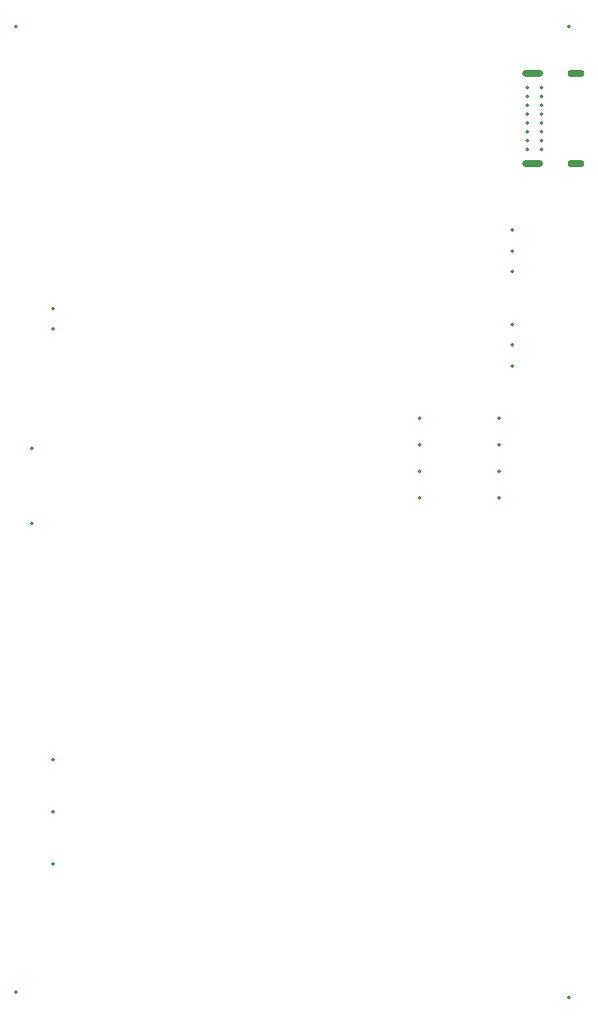
<source format=gbo>
%TF.GenerationSoftware,KiCad,Pcbnew,8.0.5*%
%TF.CreationDate,2024-11-27T15:50:40+01:00*%
%TF.ProjectId,escPCB,65736350-4342-42e6-9b69-6361645f7063,rev?*%
%TF.SameCoordinates,Original*%
%TF.FileFunction,Legend,Bot*%
%TF.FilePolarity,Positive*%
%FSLAX46Y46*%
G04 Gerber Fmt 4.6, Leading zero omitted, Abs format (unit mm)*
G04 Created by KiCad (PCBNEW 8.0.5) date 2024-11-27 15:50:40*
%MOMM*%
%LPD*%
G01*
G04 APERTURE LIST*
%ADD10C,0.350000*%
%ADD11O,1.600000X0.700000*%
%ADD12O,2.000000X0.700000*%
G04 APERTURE END LIST*
D10*
X111050000Y-72000000D03*
X111050000Y-74000000D03*
X111050000Y-76000000D03*
X67000000Y-132705000D03*
X67000000Y-127705000D03*
X67000000Y-122705000D03*
X65000000Y-92900000D03*
X65000000Y-100100000D03*
X63500000Y-145000000D03*
X116500000Y-145500000D03*
X63500000Y-52500000D03*
X102190000Y-97620000D03*
X102190000Y-95080000D03*
X102190000Y-92540000D03*
X102190000Y-90000000D03*
X109810000Y-90000000D03*
X109810000Y-92540000D03*
X109810000Y-95080000D03*
X109810000Y-97620000D03*
X116500000Y-52500000D03*
X67000000Y-81500000D03*
X67000000Y-79500000D03*
X111050000Y-81000000D03*
X111050000Y-83000000D03*
X111050000Y-85000000D03*
X112510000Y-64295000D03*
X112510000Y-63445000D03*
X112510000Y-62595000D03*
X112510000Y-61745000D03*
X112510000Y-60895000D03*
X112510000Y-60045000D03*
X112510000Y-59195000D03*
X112510000Y-58345000D03*
X113860000Y-58345000D03*
X113860000Y-59195000D03*
X113860000Y-60045000D03*
X113860000Y-60895000D03*
X113860000Y-61745000D03*
X113860000Y-62595000D03*
X113860000Y-63445000D03*
X113860000Y-64295000D03*
D11*
X117160000Y-65640000D03*
X117160000Y-57000000D03*
D12*
X113010000Y-65640000D03*
X113010000Y-57000000D03*
M02*

</source>
